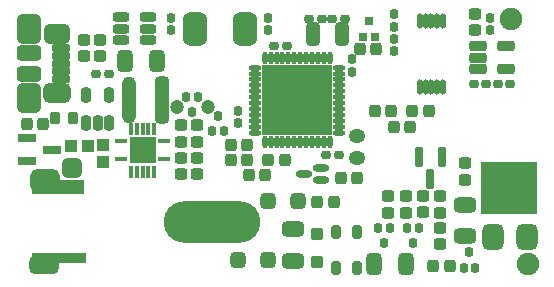
<source format=gts>
G04 Layer_Color=8388736*
%FSLAX25Y25*%
%MOIN*%
G70*
G01*
G75*
%ADD74R,0.18323X0.03319*%
%ADD75R,0.17716X0.05118*%
G04:AMPARAMS|DCode=76|XSize=43.31mil|YSize=39.37mil|CornerRadius=11.81mil|HoleSize=0mil|Usage=FLASHONLY|Rotation=180.000|XOffset=0mil|YOffset=0mil|HoleType=Round|Shape=RoundedRectangle|*
%AMROUNDEDRECTD76*
21,1,0.04331,0.01575,0,0,180.0*
21,1,0.01969,0.03937,0,0,180.0*
1,1,0.02362,-0.00984,0.00787*
1,1,0.02362,0.00984,0.00787*
1,1,0.02362,0.00984,-0.00787*
1,1,0.02362,-0.00984,-0.00787*
%
%ADD76ROUNDEDRECTD76*%
G04:AMPARAMS|DCode=77|XSize=27.56mil|YSize=31.5mil|CornerRadius=8.86mil|HoleSize=0mil|Usage=FLASHONLY|Rotation=180.000|XOffset=0mil|YOffset=0mil|HoleType=Round|Shape=RoundedRectangle|*
%AMROUNDEDRECTD77*
21,1,0.02756,0.01378,0,0,180.0*
21,1,0.00984,0.03150,0,0,180.0*
1,1,0.01772,-0.00492,0.00689*
1,1,0.01772,0.00492,0.00689*
1,1,0.01772,0.00492,-0.00689*
1,1,0.01772,-0.00492,-0.00689*
%
%ADD77ROUNDEDRECTD77*%
G04:AMPARAMS|DCode=78|XSize=78.74mil|YSize=47.24mil|CornerRadius=13.78mil|HoleSize=0mil|Usage=FLASHONLY|Rotation=270.000|XOffset=0mil|YOffset=0mil|HoleType=Round|Shape=RoundedRectangle|*
%AMROUNDEDRECTD78*
21,1,0.07874,0.01969,0,0,270.0*
21,1,0.05118,0.04724,0,0,270.0*
1,1,0.02756,-0.00984,-0.02559*
1,1,0.02756,-0.00984,0.02559*
1,1,0.02756,0.00984,0.02559*
1,1,0.02756,0.00984,-0.02559*
%
%ADD78ROUNDEDRECTD78*%
G04:AMPARAMS|DCode=79|XSize=27.56mil|YSize=31.5mil|CornerRadius=8.86mil|HoleSize=0mil|Usage=FLASHONLY|Rotation=270.000|XOffset=0mil|YOffset=0mil|HoleType=Round|Shape=RoundedRectangle|*
%AMROUNDEDRECTD79*
21,1,0.02756,0.01378,0,0,270.0*
21,1,0.00984,0.03150,0,0,270.0*
1,1,0.01772,-0.00689,-0.00492*
1,1,0.01772,-0.00689,0.00492*
1,1,0.01772,0.00689,0.00492*
1,1,0.01772,0.00689,-0.00492*
%
%ADD79ROUNDEDRECTD79*%
G04:AMPARAMS|DCode=80|XSize=43.31mil|YSize=39.37mil|CornerRadius=11.81mil|HoleSize=0mil|Usage=FLASHONLY|Rotation=90.000|XOffset=0mil|YOffset=0mil|HoleType=Round|Shape=RoundedRectangle|*
%AMROUNDEDRECTD80*
21,1,0.04331,0.01575,0,0,90.0*
21,1,0.01969,0.03937,0,0,90.0*
1,1,0.02362,0.00787,0.00984*
1,1,0.02362,0.00787,-0.00984*
1,1,0.02362,-0.00787,-0.00984*
1,1,0.02362,-0.00787,0.00984*
%
%ADD80ROUNDEDRECTD80*%
G04:AMPARAMS|DCode=81|XSize=51.18mil|YSize=17.72mil|CornerRadius=6.4mil|HoleSize=0mil|Usage=FLASHONLY|Rotation=270.000|XOffset=0mil|YOffset=0mil|HoleType=Round|Shape=RoundedRectangle|*
%AMROUNDEDRECTD81*
21,1,0.05118,0.00492,0,0,270.0*
21,1,0.03839,0.01772,0,0,270.0*
1,1,0.01280,-0.00246,-0.01919*
1,1,0.01280,-0.00246,0.01919*
1,1,0.01280,0.00246,0.01919*
1,1,0.01280,0.00246,-0.01919*
%
%ADD81ROUNDEDRECTD81*%
%ADD82R,0.04331X0.03937*%
%ADD83R,0.03937X0.04331*%
G04:AMPARAMS|DCode=84|XSize=74.8mil|YSize=51.18mil|CornerRadius=14.76mil|HoleSize=0mil|Usage=FLASHONLY|Rotation=180.000|XOffset=0mil|YOffset=0mil|HoleType=Round|Shape=RoundedRectangle|*
%AMROUNDEDRECTD84*
21,1,0.07480,0.02165,0,0,180.0*
21,1,0.04528,0.05118,0,0,180.0*
1,1,0.02953,-0.02264,0.01083*
1,1,0.02953,0.02264,0.01083*
1,1,0.02953,0.02264,-0.01083*
1,1,0.02953,-0.02264,-0.01083*
%
%ADD84ROUNDEDRECTD84*%
G04:AMPARAMS|DCode=85|XSize=74.8mil|YSize=51.18mil|CornerRadius=14.76mil|HoleSize=0mil|Usage=FLASHONLY|Rotation=270.000|XOffset=0mil|YOffset=0mil|HoleType=Round|Shape=RoundedRectangle|*
%AMROUNDEDRECTD85*
21,1,0.07480,0.02165,0,0,270.0*
21,1,0.04528,0.05118,0,0,270.0*
1,1,0.02953,-0.01083,-0.02264*
1,1,0.02953,-0.01083,0.02264*
1,1,0.02953,0.01083,0.02264*
1,1,0.02953,0.01083,-0.02264*
%
%ADD85ROUNDEDRECTD85*%
G04:AMPARAMS|DCode=86|XSize=23.62mil|YSize=51.18mil|CornerRadius=7.87mil|HoleSize=0mil|Usage=FLASHONLY|Rotation=270.000|XOffset=0mil|YOffset=0mil|HoleType=Round|Shape=RoundedRectangle|*
%AMROUNDEDRECTD86*
21,1,0.02362,0.03543,0,0,270.0*
21,1,0.00787,0.05118,0,0,270.0*
1,1,0.01575,-0.01772,-0.00394*
1,1,0.01575,-0.01772,0.00394*
1,1,0.01575,0.01772,0.00394*
1,1,0.01575,0.01772,-0.00394*
%
%ADD86ROUNDEDRECTD86*%
%ADD87O,0.01772X0.04331*%
%ADD88O,0.04331X0.01772*%
%ADD89R,0.23228X0.23228*%
G04:AMPARAMS|DCode=90|XSize=33.47mil|YSize=51.18mil|CornerRadius=10.34mil|HoleSize=0mil|Usage=FLASHONLY|Rotation=180.000|XOffset=0mil|YOffset=0mil|HoleType=Round|Shape=RoundedRectangle|*
%AMROUNDEDRECTD90*
21,1,0.03347,0.03051,0,0,180.0*
21,1,0.01280,0.05118,0,0,180.0*
1,1,0.02067,-0.00640,0.01526*
1,1,0.02067,0.00640,0.01526*
1,1,0.02067,0.00640,-0.01526*
1,1,0.02067,-0.00640,-0.01526*
%
%ADD90ROUNDEDRECTD90*%
G04:AMPARAMS|DCode=91|XSize=35.43mil|YSize=59.06mil|CornerRadius=10.83mil|HoleSize=0mil|Usage=FLASHONLY|Rotation=90.000|XOffset=0mil|YOffset=0mil|HoleType=Round|Shape=RoundedRectangle|*
%AMROUNDEDRECTD91*
21,1,0.03543,0.03740,0,0,90.0*
21,1,0.01378,0.05906,0,0,90.0*
1,1,0.02165,0.01870,0.00689*
1,1,0.02165,0.01870,-0.00689*
1,1,0.02165,-0.01870,-0.00689*
1,1,0.02165,-0.01870,0.00689*
%
%ADD91ROUNDEDRECTD91*%
G04:AMPARAMS|DCode=92|XSize=43.31mil|YSize=35.43mil|CornerRadius=10.83mil|HoleSize=0mil|Usage=FLASHONLY|Rotation=90.000|XOffset=0mil|YOffset=0mil|HoleType=Round|Shape=RoundedRectangle|*
%AMROUNDEDRECTD92*
21,1,0.04331,0.01378,0,0,90.0*
21,1,0.02165,0.03543,0,0,90.0*
1,1,0.02165,0.00689,0.01083*
1,1,0.02165,0.00689,-0.01083*
1,1,0.02165,-0.00689,-0.01083*
1,1,0.02165,-0.00689,0.01083*
%
%ADD92ROUNDEDRECTD92*%
%ADD93O,0.04724X0.15748*%
G04:AMPARAMS|DCode=94|XSize=47.24mil|YSize=157.48mil|CornerRadius=13.78mil|HoleSize=0mil|Usage=FLASHONLY|Rotation=0.000|XOffset=0mil|YOffset=0mil|HoleType=Round|Shape=RoundedRectangle|*
%AMROUNDEDRECTD94*
21,1,0.04724,0.12992,0,0,0.0*
21,1,0.01969,0.15748,0,0,0.0*
1,1,0.02756,0.00984,-0.06496*
1,1,0.02756,-0.00984,-0.06496*
1,1,0.02756,-0.00984,0.06496*
1,1,0.02756,0.00984,0.06496*
%
%ADD94ROUNDEDRECTD94*%
G04:AMPARAMS|DCode=95|XSize=52.87mil|YSize=52.87mil|CornerRadius=15.19mil|HoleSize=0mil|Usage=FLASHONLY|Rotation=270.000|XOffset=0mil|YOffset=0mil|HoleType=Round|Shape=RoundedRectangle|*
%AMROUNDEDRECTD95*
21,1,0.05287,0.02250,0,0,270.0*
21,1,0.02250,0.05287,0,0,270.0*
1,1,0.03037,-0.01125,-0.01125*
1,1,0.03037,-0.01125,0.01125*
1,1,0.03037,0.01125,0.01125*
1,1,0.03037,0.01125,-0.01125*
%
%ADD95ROUNDEDRECTD95*%
G04:AMPARAMS|DCode=96|XSize=47.24mil|YSize=31.5mil|CornerRadius=9.84mil|HoleSize=0mil|Usage=FLASHONLY|Rotation=90.000|XOffset=0mil|YOffset=0mil|HoleType=Round|Shape=RoundedRectangle|*
%AMROUNDEDRECTD96*
21,1,0.04724,0.01181,0,0,90.0*
21,1,0.02756,0.03150,0,0,90.0*
1,1,0.01969,0.00591,0.01378*
1,1,0.01969,0.00591,-0.01378*
1,1,0.01969,-0.00591,-0.01378*
1,1,0.01969,-0.00591,0.01378*
%
%ADD96ROUNDEDRECTD96*%
%ADD97R,0.18898X0.17716*%
G04:AMPARAMS|DCode=98|XSize=86.61mil|YSize=70.87mil|CornerRadius=19.69mil|HoleSize=0mil|Usage=FLASHONLY|Rotation=270.000|XOffset=0mil|YOffset=0mil|HoleType=Round|Shape=RoundedRectangle|*
%AMROUNDEDRECTD98*
21,1,0.08661,0.03150,0,0,270.0*
21,1,0.04724,0.07087,0,0,270.0*
1,1,0.03937,-0.01575,-0.02362*
1,1,0.03937,-0.01575,0.02362*
1,1,0.03937,0.01575,0.02362*
1,1,0.03937,0.01575,-0.02362*
%
%ADD98ROUNDEDRECTD98*%
%ADD99R,0.08858X0.08858*%
%ADD100O,0.01575X0.04331*%
%ADD101O,0.04331X0.01575*%
G04:AMPARAMS|DCode=102|XSize=43.31mil|YSize=43.31mil|CornerRadius=12.8mil|HoleSize=0mil|Usage=FLASHONLY|Rotation=0.000|XOffset=0mil|YOffset=0mil|HoleType=Round|Shape=RoundedRectangle|*
%AMROUNDEDRECTD102*
21,1,0.04331,0.01772,0,0,0.0*
21,1,0.01772,0.04331,0,0,0.0*
1,1,0.02559,0.00886,-0.00886*
1,1,0.02559,-0.00886,-0.00886*
1,1,0.02559,-0.00886,0.00886*
1,1,0.02559,0.00886,0.00886*
%
%ADD102ROUNDEDRECTD102*%
G04:AMPARAMS|DCode=103|XSize=101.38mil|YSize=82.68mil|CornerRadius=22.64mil|HoleSize=0mil|Usage=FLASHONLY|Rotation=270.000|XOffset=0mil|YOffset=0mil|HoleType=Round|Shape=RoundedRectangle|*
%AMROUNDEDRECTD103*
21,1,0.10138,0.03740,0,0,270.0*
21,1,0.05610,0.08268,0,0,270.0*
1,1,0.04528,-0.01870,-0.02805*
1,1,0.04528,-0.01870,0.02805*
1,1,0.04528,0.01870,0.02805*
1,1,0.04528,0.01870,-0.02805*
%
%ADD103ROUNDEDRECTD103*%
G04:AMPARAMS|DCode=104|XSize=54.13mil|YSize=82.68mil|CornerRadius=15.5mil|HoleSize=0mil|Usage=FLASHONLY|Rotation=270.000|XOffset=0mil|YOffset=0mil|HoleType=Round|Shape=RoundedRectangle|*
%AMROUNDEDRECTD104*
21,1,0.05413,0.05167,0,0,270.0*
21,1,0.02313,0.08268,0,0,270.0*
1,1,0.03100,-0.02584,-0.01157*
1,1,0.03100,-0.02584,0.01157*
1,1,0.03100,0.02584,0.01157*
1,1,0.03100,0.02584,-0.01157*
%
%ADD104ROUNDEDRECTD104*%
G04:AMPARAMS|DCode=105|XSize=65.94mil|YSize=86.61mil|CornerRadius=18.46mil|HoleSize=0mil|Usage=FLASHONLY|Rotation=270.000|XOffset=0mil|YOffset=0mil|HoleType=Round|Shape=RoundedRectangle|*
%AMROUNDEDRECTD105*
21,1,0.06594,0.04971,0,0,270.0*
21,1,0.02904,0.08661,0,0,270.0*
1,1,0.03691,-0.02485,-0.01452*
1,1,0.03691,-0.02485,0.01452*
1,1,0.03691,0.02485,0.01452*
1,1,0.03691,0.02485,-0.01452*
%
%ADD105ROUNDEDRECTD105*%
G04:AMPARAMS|DCode=106|XSize=65.94mil|YSize=90.55mil|CornerRadius=18.46mil|HoleSize=0mil|Usage=FLASHONLY|Rotation=270.000|XOffset=0mil|YOffset=0mil|HoleType=Round|Shape=RoundedRectangle|*
%AMROUNDEDRECTD106*
21,1,0.06594,0.05364,0,0,270.0*
21,1,0.02904,0.09055,0,0,270.0*
1,1,0.03691,-0.02682,-0.01452*
1,1,0.03691,-0.02682,0.01452*
1,1,0.03691,0.02682,0.01452*
1,1,0.03691,0.02682,-0.01452*
%
%ADD106ROUNDEDRECTD106*%
G04:AMPARAMS|DCode=107|XSize=25.59mil|YSize=62.21mil|CornerRadius=8.37mil|HoleSize=0mil|Usage=FLASHONLY|Rotation=90.000|XOffset=0mil|YOffset=0mil|HoleType=Round|Shape=RoundedRectangle|*
%AMROUNDEDRECTD107*
21,1,0.02559,0.04547,0,0,90.0*
21,1,0.00886,0.06221,0,0,90.0*
1,1,0.01673,0.02274,0.00443*
1,1,0.01673,0.02274,-0.00443*
1,1,0.01673,-0.02274,-0.00443*
1,1,0.01673,-0.02274,0.00443*
%
%ADD107ROUNDEDRECTD107*%
G04:AMPARAMS|DCode=108|XSize=31.5mil|YSize=55.12mil|CornerRadius=9.84mil|HoleSize=0mil|Usage=FLASHONLY|Rotation=90.000|XOffset=0mil|YOffset=0mil|HoleType=Round|Shape=RoundedRectangle|*
%AMROUNDEDRECTD108*
21,1,0.03150,0.03543,0,0,90.0*
21,1,0.01181,0.05512,0,0,90.0*
1,1,0.01969,0.01772,0.00591*
1,1,0.01969,0.01772,-0.00591*
1,1,0.01969,-0.01772,-0.00591*
1,1,0.01969,-0.01772,0.00591*
%
%ADD108ROUNDEDRECTD108*%
G04:AMPARAMS|DCode=109|XSize=29.53mil|YSize=66.93mil|CornerRadius=9.35mil|HoleSize=0mil|Usage=FLASHONLY|Rotation=0.000|XOffset=0mil|YOffset=0mil|HoleType=Round|Shape=RoundedRectangle|*
%AMROUNDEDRECTD109*
21,1,0.02953,0.04823,0,0,0.0*
21,1,0.01083,0.06693,0,0,0.0*
1,1,0.01870,0.00541,-0.02411*
1,1,0.01870,-0.00541,-0.02411*
1,1,0.01870,-0.00541,0.02411*
1,1,0.01870,0.00541,0.02411*
%
%ADD109ROUNDEDRECTD109*%
G04:AMPARAMS|DCode=110|XSize=82.68mil|YSize=110.24mil|CornerRadius=22.64mil|HoleSize=0mil|Usage=FLASHONLY|Rotation=180.000|XOffset=0mil|YOffset=0mil|HoleType=Round|Shape=RoundedRectangle|*
%AMROUNDEDRECTD110*
21,1,0.08268,0.06496,0,0,180.0*
21,1,0.03740,0.11024,0,0,180.0*
1,1,0.04528,-0.01870,0.03248*
1,1,0.04528,0.01870,0.03248*
1,1,0.04528,0.01870,-0.03248*
1,1,0.04528,-0.01870,-0.03248*
%
%ADD110ROUNDEDRECTD110*%
%ADD111O,0.32283X0.13780*%
%ADD112R,0.02756X0.03150*%
%ADD113R,0.05906X0.03150*%
G04:AMPARAMS|DCode=114|XSize=98.43mil|YSize=78.74mil|CornerRadius=21.65mil|HoleSize=0mil|Usage=FLASHONLY|Rotation=180.000|XOffset=0mil|YOffset=0mil|HoleType=Round|Shape=RoundedRectangle|*
%AMROUNDEDRECTD114*
21,1,0.09843,0.03543,0,0,180.0*
21,1,0.05512,0.07874,0,0,180.0*
1,1,0.04331,-0.02756,0.01772*
1,1,0.04331,0.02756,0.01772*
1,1,0.04331,0.02756,-0.01772*
1,1,0.04331,-0.02756,-0.01772*
%
%ADD114ROUNDEDRECTD114*%
G04:AMPARAMS|DCode=115|XSize=98.43mil|YSize=59.06mil|CornerRadius=16.73mil|HoleSize=0mil|Usage=FLASHONLY|Rotation=180.000|XOffset=0mil|YOffset=0mil|HoleType=Round|Shape=RoundedRectangle|*
%AMROUNDEDRECTD115*
21,1,0.09843,0.02559,0,0,180.0*
21,1,0.06496,0.05906,0,0,180.0*
1,1,0.03346,-0.03248,0.01280*
1,1,0.03346,0.03248,0.01280*
1,1,0.03346,0.03248,-0.01280*
1,1,0.03346,-0.03248,-0.01280*
%
%ADD115ROUNDEDRECTD115*%
%ADD116C,0.04724*%
G04:AMPARAMS|DCode=117|XSize=66.93mil|YSize=66.93mil|CornerRadius=18.7mil|HoleSize=0mil|Usage=FLASHONLY|Rotation=90.000|XOffset=0mil|YOffset=0mil|HoleType=Round|Shape=RoundedRectangle|*
%AMROUNDEDRECTD117*
21,1,0.06693,0.02953,0,0,90.0*
21,1,0.02953,0.06693,0,0,90.0*
1,1,0.03740,0.01476,0.01476*
1,1,0.03740,0.01476,-0.01476*
1,1,0.03740,-0.01476,-0.01476*
1,1,0.03740,-0.01476,0.01476*
%
%ADD117ROUNDEDRECTD117*%
%ADD118C,0.07480*%
%ADD119O,0.05512X0.04724*%
D74*
X15149Y-84167D02*
D03*
D75*
X14862Y-60236D02*
D03*
D76*
X136500Y-63244D02*
D03*
Y-68756D02*
D03*
X61122Y-45256D02*
D03*
Y-39744D02*
D03*
X55709Y-39744D02*
D03*
Y-45256D02*
D03*
X142250Y-73994D02*
D03*
Y-79506D02*
D03*
X125000Y-63494D02*
D03*
Y-69006D02*
D03*
X130750Y-63488D02*
D03*
Y-69000D02*
D03*
X55807Y-50591D02*
D03*
Y-56102D02*
D03*
X61122Y-50591D02*
D03*
Y-56102D02*
D03*
X29000Y-16831D02*
D03*
Y-11319D02*
D03*
X23500D02*
D03*
Y-16831D02*
D03*
X153750Y-2634D02*
D03*
Y-8146D02*
D03*
X150500Y-52494D02*
D03*
Y-58006D02*
D03*
X142250Y-69006D02*
D03*
Y-63494D02*
D03*
D77*
X159000Y-8146D02*
D03*
Y-3854D02*
D03*
X68250Y-36632D02*
D03*
X70218Y-41750D02*
D03*
X66281D02*
D03*
X123500Y-79118D02*
D03*
X121531Y-74000D02*
D03*
X125469D02*
D03*
X61468Y-30250D02*
D03*
X57531D02*
D03*
X59500Y-35368D02*
D03*
X150031Y-87250D02*
D03*
X153969D02*
D03*
X152000Y-82132D02*
D03*
X133250Y-79118D02*
D03*
X131281Y-74000D02*
D03*
X135219D02*
D03*
X85000Y-8146D02*
D03*
Y-3854D02*
D03*
X52500Y-8146D02*
D03*
Y-3854D02*
D03*
X126750Y-2604D02*
D03*
Y-6896D02*
D03*
X112750Y-17604D02*
D03*
Y-21896D02*
D03*
X75000Y-34854D02*
D03*
Y-39146D02*
D03*
X126750Y-15146D02*
D03*
Y-10854D02*
D03*
D78*
X99705Y-9449D02*
D03*
X109547D02*
D03*
D79*
X110610Y-4232D02*
D03*
X106319D02*
D03*
X157646Y-26000D02*
D03*
X153354D02*
D03*
X86854Y-13250D02*
D03*
X91146D02*
D03*
X165646Y-26000D02*
D03*
X161354D02*
D03*
X31791Y-22750D02*
D03*
X27500D02*
D03*
X104104Y-49750D02*
D03*
X108396D02*
D03*
X102736Y-4232D02*
D03*
X98445D02*
D03*
D80*
X72494Y-46250D02*
D03*
X78006D02*
D03*
X9941Y-39469D02*
D03*
X4429D02*
D03*
X114665Y-57480D02*
D03*
X109153D02*
D03*
X83858Y-56299D02*
D03*
X78347D02*
D03*
X106693Y-65256D02*
D03*
X101181D02*
D03*
X120866Y-14272D02*
D03*
X115354D02*
D03*
X72494Y-51500D02*
D03*
X78006D02*
D03*
X126006Y-35000D02*
D03*
X120494D02*
D03*
X132256Y-40500D02*
D03*
X126744D02*
D03*
X132994Y-35000D02*
D03*
X138506D02*
D03*
X90506Y-51500D02*
D03*
X84994D02*
D03*
X145506Y-86750D02*
D03*
X139994D02*
D03*
D81*
X143280Y-4963D02*
D03*
X141311D02*
D03*
X139342D02*
D03*
X137374D02*
D03*
X135406D02*
D03*
Y-27010D02*
D03*
X137374D02*
D03*
X139342D02*
D03*
X141311D02*
D03*
X143280D02*
D03*
D82*
X29823Y-46358D02*
D03*
Y-51870D02*
D03*
D83*
X24705Y-46555D02*
D03*
X19193D02*
D03*
D84*
X150500Y-76815D02*
D03*
Y-66185D02*
D03*
X93307Y-74410D02*
D03*
Y-85039D02*
D03*
D85*
X130815Y-86000D02*
D03*
X120185D02*
D03*
X37250Y-18250D02*
D03*
X47880D02*
D03*
D86*
X96752Y-56004D02*
D03*
X102657Y-54035D02*
D03*
Y-57973D02*
D03*
D87*
X105413Y-17421D02*
D03*
X103445D02*
D03*
X101476D02*
D03*
X99508D02*
D03*
X97539D02*
D03*
X95571D02*
D03*
X93602D02*
D03*
X91634D02*
D03*
X89665D02*
D03*
X87697D02*
D03*
X85728D02*
D03*
X83760D02*
D03*
Y-45374D02*
D03*
X85728D02*
D03*
X87697D02*
D03*
X89665D02*
D03*
X91634D02*
D03*
X93602D02*
D03*
X95571D02*
D03*
X97539D02*
D03*
X99508D02*
D03*
X101476D02*
D03*
X103445D02*
D03*
X105413D02*
D03*
D88*
X80610Y-20571D02*
D03*
Y-22539D02*
D03*
Y-24508D02*
D03*
Y-26476D02*
D03*
Y-28445D02*
D03*
Y-30413D02*
D03*
Y-32382D02*
D03*
Y-34350D02*
D03*
Y-36319D02*
D03*
Y-38287D02*
D03*
Y-40256D02*
D03*
Y-42224D02*
D03*
X108563D02*
D03*
Y-40256D02*
D03*
Y-38287D02*
D03*
Y-36319D02*
D03*
Y-34350D02*
D03*
Y-32382D02*
D03*
Y-30413D02*
D03*
Y-28445D02*
D03*
Y-26476D02*
D03*
Y-24508D02*
D03*
Y-22539D02*
D03*
Y-20571D02*
D03*
D89*
X94587Y-31398D02*
D03*
D90*
X24311Y-29528D02*
D03*
X31791D02*
D03*
Y-38976D02*
D03*
X28051D02*
D03*
X24311D02*
D03*
D91*
X154776Y-13510D02*
D03*
Y-17250D02*
D03*
Y-20990D02*
D03*
X164224D02*
D03*
Y-13510D02*
D03*
D92*
X13878Y-37303D02*
D03*
X19783D02*
D03*
D93*
X38583Y-31201D02*
D03*
D94*
X49606D02*
D03*
D95*
X84768Y-65158D02*
D03*
X94768D02*
D03*
X84917Y-84842D02*
D03*
X74917D02*
D03*
D96*
X107480Y-75394D02*
D03*
X114370D02*
D03*
Y-87205D02*
D03*
X107480D02*
D03*
D97*
X165305Y-60805D02*
D03*
D98*
X171211Y-76947D02*
D03*
X159793D02*
D03*
D99*
X43012Y-48130D02*
D03*
D100*
X39075Y-41043D02*
D03*
X41043D02*
D03*
X43012D02*
D03*
X44980D02*
D03*
X46949D02*
D03*
Y-55216D02*
D03*
X44980D02*
D03*
X43012D02*
D03*
X41043D02*
D03*
X39075D02*
D03*
D101*
X50098Y-45177D02*
D03*
Y-51083D02*
D03*
X35925D02*
D03*
Y-45177D02*
D03*
D102*
X101279Y-85433D02*
D03*
Y-75984D02*
D03*
D103*
X5315Y-30807D02*
D03*
Y-7579D02*
D03*
D104*
Y-15846D02*
D03*
Y-22539D02*
D03*
D105*
X14567Y-9350D02*
D03*
D106*
X14370Y-29035D02*
D03*
D107*
X15748Y-14075D02*
D03*
Y-24311D02*
D03*
Y-21752D02*
D03*
Y-16634D02*
D03*
Y-19193D02*
D03*
D108*
X35750Y-3839D02*
D03*
Y-7579D02*
D03*
Y-11319D02*
D03*
X44805D02*
D03*
Y-7579D02*
D03*
Y-3839D02*
D03*
D109*
X139000Y-57750D02*
D03*
X135260Y-50270D02*
D03*
X142740D02*
D03*
D110*
X77165Y-7776D02*
D03*
X60433D02*
D03*
D111*
X66122Y-72028D02*
D03*
D112*
X116535Y-10236D02*
D03*
X120473D02*
D03*
X118504Y-5118D02*
D03*
D113*
X12687Y-47911D02*
D03*
X4420Y-51651D02*
D03*
Y-44171D02*
D03*
D114*
X10638Y-58358D02*
D03*
D115*
X10039Y-86319D02*
D03*
D116*
X54500Y-33750D02*
D03*
X65000D02*
D03*
D117*
X19488Y-53937D02*
D03*
D118*
X165750Y-4250D02*
D03*
X171500Y-85888D02*
D03*
D119*
X114500Y-43500D02*
D03*
X114567Y-50689D02*
D03*
M02*

</source>
